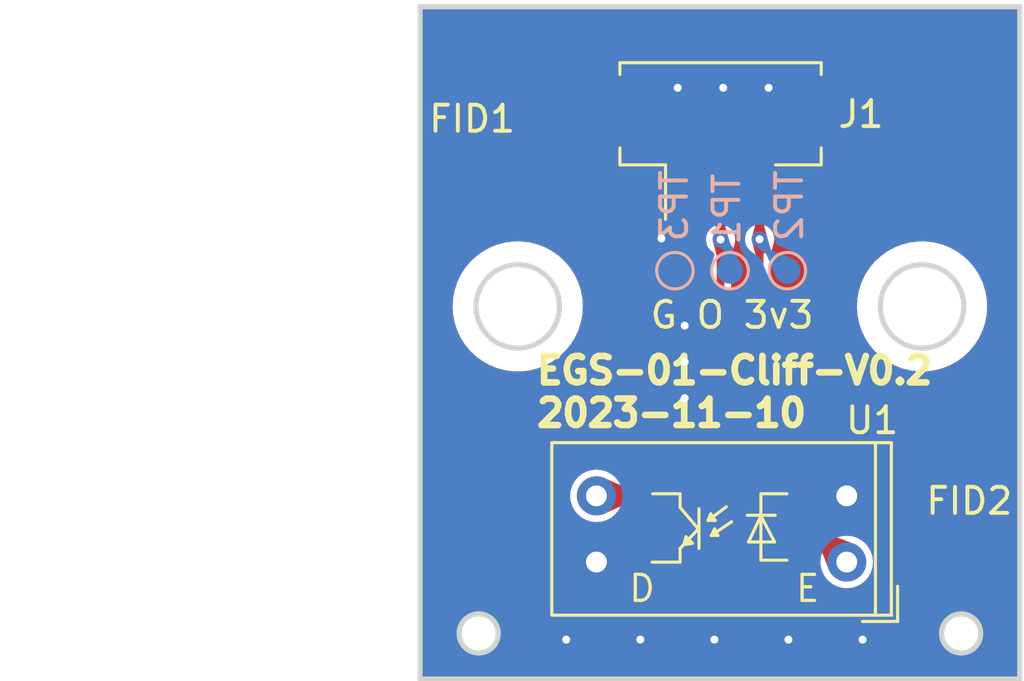
<source format=kicad_pcb>
(kicad_pcb (version 20221018) (generator pcbnew)
  (title_block (title "EGS-01-Cliff") (date "2023-12-20") (rev "V0.2.1") (company "Ovobot") (comment 1 "25x23x1.6mm 绿油白字，无铅喷锡"))
  (layers (0 "F.Cu" signal) (31 "B.Cu" signal) (34 "B.Paste" user) (35 "F.Paste" user) (36 "B.SilkS" user "B.Silkscreen") (37 "F.SilkS" user "F.Silkscreen") (38 "B.Mask" user) (39 "F.Mask" user) (44 "Edge.Cuts" user))
  (net 0 "")
  (net 1 "/EDGE_DET_LT")
  (net 2 "GND")
  (net 3 "Net-(J1-Pin_3)")
  (footprint "Ovo_Sensor_Proximity:EverLight_ITR9707_12.8x6.4mm_P2.54mm" (layer "F.Cu") (at 150.4795 109.1345 180)
    (fp_text reference "U1" (at -5.7755 4.1645 unlocked) (layer "F.SilkS"))
    (fp_text value "ITR9707")
    (fp_text user "D" (at 3.048 -2.286 unlocked) (layer "F.SilkS") (effects (font (thickness 0.127))))
    (fp_text user "E" (at -3.302 -2.286 unlocked) (layer "F.SilkS") (effects (font (thickness 0.127))))
    (fp_line (start -6.75 -3.55) (end -6.75 -2.2) (stroke (width 0.12)) (layer "F.SilkS"))
    (fp_line (start -6.75 -3.55) (end -5.4 -3.55) (stroke (width 0.12)) (layer "F.SilkS"))
    (fp_line (start -5.9 -3.31) (end -5.9 3.31) (stroke (width 0.12)) (layer "F.SilkS"))
    (fp_line (start -2.5075 1.35) (end -1.5075 1.35) (stroke (width 0.12)) (layer "F.SilkS"))
    (fp_line (start -2.0575 0.525) (end -0.9825 0.525) (stroke (width 0.12)) (layer "F.SilkS"))
    (fp_line (start -2.0325 -0.5) (end -1.0325 -0.5) (stroke (width 0.12)) (layer "F.SilkS"))
    (fp_line (start -1.5075 -1.2) (end -2.5075 -1.2) (stroke (width 0.12)) (layer "F.SilkS"))
    (fp_line (start -1.5075 0.5) (end -2.0325 -0.5) (stroke (width 0.12)) (layer "F.SilkS"))
    (fp_line (start -1.5075 1.35) (end -1.5075 -1.2) (stroke (width 0.12)) (layer "F.SilkS"))
    (fp_line (start -1.0325 -0.5) (end -1.5075 0.5) (stroke (width 0.12)) (layer "F.SilkS"))
    (fp_line (start -0.3825 0.275) (end 0.3925 -0.25) (stroke (width 0.12)) (layer "F.SilkS"))
    (fp_line (start -0.1825 0.85) (end 0.5175 0.325) (stroke (width 0.12)) (layer "F.SilkS"))
    (fp_line (start 0.1425 -0.25) (end 0.2675 0) (stroke (width 0.12)) (layer "F.SilkS"))
    (fp_line (start 0.2425 0.325) (end 0.4175 0.575) (stroke (width 0.12)) (layer "F.SilkS"))
    (fp_line (start 0.2675 0) (end 0.3925 -0.25) (stroke (width 0.12)) (layer "F.SilkS"))
    (fp_line (start 0.3925 -0.25) (end 0.1425 -0.25) (stroke (width 0.12)) (layer "F.SilkS"))
    (fp_line (start 0.4175 0.575) (end 0.5175 0.325) (stroke (width 0.12)) (layer "F.SilkS"))
    (fp_line (start 0.5175 0.325) (end 0.2425 0.325) (stroke (width 0.12)) (layer "F.SilkS"))
    (fp_line (start 0.8675 -0.75) (end 0.8675 0.775) (stroke (width 0.12)) (layer "F.SilkS"))
    (fp_line (start 0.8925 0) (end 1.5925 -0.75) (stroke (width 0.12)) (layer "F.SilkS"))
    (fp_line (start 1.1175 -0.55) (end 1.3675 -0.3) (stroke (width 0.12)) (layer "F.SilkS"))
    (fp_line (start 1.3675 -0.3) (end 1.4425 -0.6) (stroke (width 0.12)) (layer "F.SilkS"))
    (fp_line (start 1.4425 -0.6) (end 1.1175 -0.55) (stroke (width 0.12)) (layer "F.SilkS"))
    (fp_line (start 1.5925 -1.275) (end 2.6675 -1.275) (stroke (width 0.12)) (layer "F.SilkS"))
    (fp_line (start 1.5925 -0.75) (end 1.5925 -1.275) (stroke (width 0.12)) (layer "F.SilkS"))
    (fp_line (start 1.5925 0.825) (end 0.8925 0) (stroke (width 0.12)) (layer "F.SilkS"))
    (fp_line (start 1.5925 1.35) (end 1.5925 0.825) (stroke (width 0.12)) (layer "F.SilkS"))
    (fp_line (start 2.6425 1.35) (end 1.5925 1.35) (stroke (width 0.12)) (layer "F.SilkS"))
    (fp_rect (start -6.51 -3.31) (end 6.51 3.31) (stroke (width 0.12)) (fill none) (layer "F.SilkS"))
    (pad "1" thru_hole circle (at -4.8 -1.27 180) (size 1.5 1.5) (drill 0.8) (layers "*.Cu" "*.Mask") (net 3 "Net-(J1-Pin_3)"))
    (pad "2" thru_hole circle (at -4.8 1.27 180) (size 1.5 1.5) (drill 0.8) (layers "*.Cu" "*.Mask") (net 2 "GND"))
    (pad "3" thru_hole circle (at 4.8 1.27 180) (size 1.5 1.5) (drill 0.8) (layers "*.Cu" "*.Mask") (net 1 "/EDGE_DET_LT"))
    (pad "4" thru_hole circle (at 4.8 -1.27 180) (size 1.5 1.5) (drill 0.8) (layers "*.Cu" "*.Mask") (net 2 "GND"))
  )
  (footprint "Fiducial:Fiducial_1mm_Mask2mm" (layer "F.Cu") (at 140.836 91.062)
    (fp_text reference "FID1" (at 0.0762 2.3368) (layer "F.SilkS"))
    (fp_text value "Fiducial")
    (pad "" smd circle (at 0 0) (size 1 1) (layers "F.Cu" "F.Mask") (clearance 0.5))
  )
  (footprint "Fiducial:Fiducial_1mm_Mask2mm" (layer "F.Cu") (at 159.978 110.063)
    (fp_text reference "FID2" (at 0 -2) (layer "F.SilkS"))
    (fp_text value "Fiducial")
    (pad "" smd circle (at 0 0) (size 1 1) (layers "F.Cu" "F.Mask") (clearance 0.5))
  )
  (footprint "Ovo_Connector_JST:JST_ZH_B3B-ZR-SM4-TF_1x03-1MP_P1.50mm_Vertical" (layer "F.Cu") (at 150.44 94.603)
    (fp_text reference "J1" (at 5.3862 -1.3828) (layer "F.SilkS"))
    (fp_text value "ZH1.5MM/3ASMT")
    (fp_line (start -3.86 -3.36) (end 3.86 -3.36) (stroke (width 0.12)) (layer "F.SilkS"))
    (fp_line (start -3.86 -2.91) (end -3.86 -3.36) (stroke (width 0.12)) (layer "F.SilkS"))
    (fp_line (start -3.86 -0.09) (end -3.86 0.56) (stroke (width 0.12)) (layer "F.SilkS"))
    (fp_line (start -3.86 0.56) (end -2.11 0.56) (stroke (width 0.12)) (layer "F.SilkS"))
    (fp_line (start -2.11 0.56) (end -2.11 2.65) (stroke (width 0.12)) (layer "F.SilkS"))
    (fp_line (start 3.86 -3.36) (end 3.86 -2.91) (stroke (width 0.12)) (layer "F.SilkS"))
    (fp_line (start 3.86 -0.09) (end 3.86 0.56) (stroke (width 0.12)) (layer "F.SilkS"))
    (fp_line (start 3.86 0.56) (end 2.11 0.56) (stroke (width 0.12)) (layer "F.SilkS"))
    (pad "1" smd roundrect (at -1.5 0.7) (size 0.7 3.9) (layers "F.Cu" "F.Paste" "F.Mask") (net 2 "GND"))
    (pad "2" smd roundrect (at 0 0.7) (size 0.7 3.9) (layers "F.Cu" "F.Paste" "F.Mask") (net 1 "/EDGE_DET_LT"))
    (pad "3" smd roundrect (at 1.5 0.7) (size 0.7 3.9) (layers "F.Cu" "F.Paste" "F.Mask") (net 3 "Net-(J1-Pin_3)"))
    (pad "MP" smd roundrect (at -3.55 -1.5) (size 1.5 2.3) (layers "F.Cu" "F.Paste" "F.Mask") (roundrect_rratio 0.1666673333) (net 2 "GND"))
    (pad "MP" smd roundrect (at 3.55 -1.5) (size 1.5 2.3) (layers "F.Cu" "F.Paste" "F.Mask") (roundrect_rratio 0.1666673333) (net 2 "GND"))
  )
  (footprint "TestPoint:TestPoint_Pad_D1.0mm" (layer "B.Cu") (at 148.689 99.224 180)
    (fp_text reference "TP3" (at 0.0254 2.4892 90) (layer "B.SilkS") (effects (justify mirror)))
    (fp_text value "GND")
    (fp_circle (center 0 0) (end 0 -0.7) (stroke (width 0.12)) (fill none) (layer "B.SilkS"))
    (pad "1" smd circle (at 0 0 180) (size 1 1) (layers "B.Cu" "B.Mask") (net 2 "GND"))
  )
  (footprint "TestPoint:TestPoint_Pad_D1.0mm" (layer "B.Cu") (at 150.802 99.224 180)
    (fp_text reference "TP1" (at 0.127 2.3622 90) (layer "B.SilkS") (effects (justify mirror)))
    (fp_text value "EDGE_DET_LT")
    (fp_circle (center 0 0) (end 0 -0.7) (stroke (width 0.12)) (fill none) (layer "B.SilkS"))
    (pad "1" smd circle (at 0 0 180) (size 1 1) (layers "B.Cu" "B.Mask") (net 1 "/EDGE_DET_LT"))
  )
  (footprint "TestPoint:TestPoint_Pad_D1.0mm" (layer "B.Cu") (at 153 99.224 180)
    (fp_text reference "TP2" (at -0.0762 2.4892 270) (layer "B.SilkS") (effects (justify mirror)))
    (fp_text value "EDGE_DET_OUT")
    (fp_circle (center 0 0) (end 0 -0.7) (stroke (width 0.12)) (fill none) (layer "B.SilkS"))
    (pad "1" smd circle (at 0 0 180) (size 1 1) (layers "B.Cu" "B.Mask") (net 3 "Net-(J1-Pin_3)"))
  )
  (gr_line (start 138.915 114.895) (end 138.915 89.095) (stroke (width 0.2)) (layer "Edge.Cuts"))
  (gr_line (start 161.915 89.095) (end 161.915 114.895) (stroke (width 0.2)) (layer "Edge.Cuts"))
  (gr_line (start 161.915 114.895) (end 138.915 114.895) (stroke (width 0.2)) (layer "Edge.Cuts"))
  (gr_circle (center 159.665 113.145) (end 158.915 113.145) (stroke (width 0.2)) (fill none) (layer "Edge.Cuts"))
  (gr_circle (center 142.662434 100.595) (end 141.062434 100.595) (stroke (width 0.2)) (fill none) (layer "Edge.Cuts"))
  (gr_circle (center 141.165 113.145) (end 140.415 113.145) (stroke (width 0.2)) (fill none) (layer "Edge.Cuts"))
  (gr_circle (center 158.167566 100.595) (end 156.567566 100.595) (stroke (width 0.2)) (fill none) (layer "Edge.Cuts"))
  (gr_line (start 138.915 89.095) (end 161.915 89.095) (stroke (width 0.2)) (layer "Edge.Cuts"))
  (gr_text "EGS-01-Cliff-V0.2\n2023-11-10\n" (at 143.266 103.872) (layer "F.SilkS") (effects (font (size 1.016 1.016) (thickness 0.254)) (justify left)))
  (gr_text "G O 3v3" (at 147.663 101.511) (layer "F.SilkS") (effects (font (size 1 1)) (justify left bottom)))
  (segment (start 150.44 98.028) (end 150.44 95.303) (width 0.3) (layer "F.Cu") (net 1))
  (segment (start 150.44 106.095) (end 148.6705 107.8645) (width 0.3) (layer "F.Cu") (net 1))
  (segment (start 148.6705 107.8645) (end 145.6795 107.8645) (width 0.3) (layer "F.Cu") (net 1))
  (segment (start 150.44 98.028) (end 150.44 106.095) (width 0.3) (layer "F.Cu") (net 1))
  (via (at 150.44 98.028) (size 0.6096) (drill 0.3048) (layers "F.Cu" "B.Cu") (net 1))
  (segment (start 150.802 98.39) (end 150.802 99.261) (width 0.254) (layer "B.Cu") (net 1))
  (segment (start 150.44 98.028) (end 150.802 98.39) (width 0.254) (layer "B.Cu") (net 1))
  (segment (start 148.94 97.405) (end 148.94 95.303) (width 0.254) (layer "F.Cu") (net 2))
  (segment (start 148.357 97.988) (end 148.94 97.405) (width 0.254) (layer "F.Cu") (net 2))
  (segment (start 148.172 97.988) (end 148.357 97.988) (width 0.254) (layer "F.Cu") (net 2))
  (via (at 155.885 113.382) (size 0.6096) (drill 0.3048) (layers "F.Cu" "B.Cu") (net 2))
  (via (at 150.203 113.382) (size 0.6096) (drill 0.3048) (layers "F.Cu" "B.Cu") (net 2))
  (via (at 153.044 113.382) (size 0.6096) (drill 0.3048) (layers "F.Cu" "B.Cu") (net 2))
  (via (at 150.5405 92.206) (size 0.6096) (drill 0.3048) (layers "F.Cu" "B.Cu") (net 2))
  (via (at 152.283 92.206) (size 0.6096) (drill 0.3048) (layers "F.Cu" "B.Cu") (net 2))
  (via (at 149.065 104.116) (size 0.6096) (drill 0.3048) (layers "F.Cu" "B.Cu") (net 2))
  (via (at 149.065 101.334) (size 0.6096) (drill 0.3048) (layers "F.Cu" "B.Cu") (net 2))
  (via (at 144.521 113.382) (size 0.6096) (drill 0.3048) (layers "F.Cu" "B.Cu") (net 2))
  (via (at 149.065 102.725) (size 0.6096) (drill 0.3048) (layers "F.Cu" "B.Cu") (net 2))
  (via (at 147.362 113.382) (size 0.6096) (drill 0.3048) (layers "F.Cu" "B.Cu") (net 2))
  (via (at 148.172 97.988) (size 0.6096) (drill 0.3048) (layers "F.Cu" "B.Cu") (net 2))
  (via (at 148.798 92.206) (size 0.6096) (drill 0.3048) (layers "F.Cu" "B.Cu") (net 2))
  (segment (start 148.172 97.988) (end 148.689 98.505) (width 0.254) (layer "B.Cu") (net 2))
  (segment (start 148.689 98.505) (end 148.689 99.261) (width 0.254) (layer "B.Cu") (net 2))
  (segment (start 151.936 97.071) (end 151.94 97.067) (width 0.254) (layer "F.Cu") (net 3))
  (segment (start 151.94 97.067) (end 151.94 95.303) (width 0.254) (layer "F.Cu") (net 3))
  (segment (start 151.936 98.017) (end 151.936 107.061) (width 0.3) (layer "F.Cu") (net 3))
  (segment (start 151.936 107.061) (end 155.2795 110.4045) (width 0.3) (layer "F.Cu") (net 3))
  (segment (start 151.936 98.017) (end 151.936 97.071) (width 0.3) (layer "F.Cu") (net 3))
  (via (at 151.936 98.017) (size 0.6096) (drill 0.3048) (layers "F.Cu" "B.Cu") (net 3))
  (segment (start 151.936 98.017) (end 151.936 98.16) (width 0.254) (layer "B.Cu") (net 3))
  (segment (start 151.936 98.16) (end 153 99.224) (width 0.254) (layer "B.Cu") (net 3))
  (zone (net 2) (net_name "GND") (layers "F&B.Cu") (connect_pads yes (clearance 0.254)) (min_thickness 0.25) (fill yes (thermal_gap 0.5) (thermal_bridge_width 0.5))
    (polygon (pts (xy 138.949 114.917) (xy 162.029 114.917) (xy 162.082 114.864) (xy 162.082 89.012) (xy 161.912 88.842) (xy 138.943 88.842) (xy 138.949 88.836)))
  )
  (zone (net 0) (net_name "") (layers "F&B.Cu" "F.Fab") (connect_pads (clearance 0)) (min_thickness 0.25)
    (keepout (tracks not_allowed) (vias not_allowed) (pads not_allowed) (copperpour not_allowed) (footprints not_allowed))
    (fill (thermal_gap 0.5) (thermal_bridge_width 0.5))
    (polygon (pts (xy 160.667566 100.595) (xy 160.647853 100.281667) (xy 160.589024 99.973275) (xy 160.492007 99.674689) (xy 160.358333 99.390616) (xy 160.190108 99.125537) (xy 159.989988 98.883632) (xy 159.761126 98.668717) (xy 159.507133 98.48418) (xy 159.232014 98.332932) (xy 158.940108 98.217359) (xy 158.636019 98.139282) (xy 158.324542 98.099933) (xy 158.01059 98.099933) (xy 157.699113 98.139282) (xy 157.395024 98.217359) (xy 157.103118 98.332932) (xy 156.827999 98.48418) (xy 156.574006 98.668717) (xy 156.345144 98.883632) (xy 156.145024 99.125537) (xy 155.976799 99.390616) (xy 155.843125 99.674689) (xy 155.746108 99.973275) (xy 155.687279 100.281667) (xy 155.667566 100.595) (xy 155.687279 100.908333) (xy 155.746108 101.216725) (xy 155.843125 101.515311) (xy 155.976799 101.799384) (xy 156.145024 102.064463) (xy 156.345144 102.306368) (xy 156.574006 102.521283) (xy 156.827999 102.70582) (xy 157.103118 102.857068) (xy 157.395024 102.972641) (xy 157.699113 103.050718) (xy 158.01059 103.090067) (xy 158.324542 103.090067) (xy 158.636019 103.050718) (xy 158.940108 102.972641) (xy 159.232014 102.857068) (xy 159.507133 102.70582) (xy 159.761126 102.521283) (xy 159.989988 102.306368) (xy 160.190108 102.064463) (xy 160.358333 101.799384) (xy 160.492007 101.515311) (xy 160.589024 101.216725) (xy 160.647853 100.908333)))
  )
  (zone (net 0) (net_name "") (layers "F&B.Cu" "F.Fab") (connect_pads (clearance 0)) (min_thickness 0.25)
    (keepout (tracks not_allowed) (vias not_allowed) (pads not_allowed) (copperpour not_allowed) (footprints not_allowed))
    (fill (thermal_gap 0.5) (thermal_bridge_width 0.5))
    (polygon (pts (xy 145.162434 100.595) (xy 145.142721 100.281667) (xy 145.083892 99.973275) (xy 144.986875 99.674689) (xy 144.853201 99.390616) (xy 144.684976 99.125537) (xy 144.484856 98.883632) (xy 144.255994 98.668717) (xy 144.002001 98.48418) (xy 143.726882 98.332932) (xy 143.434976 98.217359) (xy 143.130887 98.139282) (xy 142.81941 98.099933) (xy 142.505458 98.099933) (xy 142.193981 98.139282) (xy 141.889892 98.217359) (xy 141.597986 98.332932) (xy 141.322867 98.48418) (xy 141.068874 98.668717) (xy 140.840012 98.883632) (xy 140.639892 99.125537) (xy 140.471667 99.390616) (xy 140.337993 99.674689) (xy 140.240976 99.973275) (xy 140.182147 100.281667) (xy 140.162434 100.595) (xy 140.182147 100.908333) (xy 140.240976 101.216725) (xy 140.337993 101.515311) (xy 140.471667 101.799384) (xy 140.639892 102.064463) (xy 140.840012 102.306368) (xy 141.068874 102.521283) (xy 141.322867 102.70582) (xy 141.597986 102.857068) (xy 141.889892 102.972641) (xy 142.193981 103.050718) (xy 142.505458 103.090067) (xy 142.81941 103.090067) (xy 143.130887 103.050718) (xy 143.434976 102.972641) (xy 143.726882 102.857068) (xy 144.002001 102.70582) (xy 144.255994 102.521283) (xy 144.484856 102.306368) (xy 144.684976 102.064463) (xy 144.853201 101.799384) (xy 144.986875 101.515311) (xy 145.083892 101.216725) (xy 145.142721 100.908333)))
  )
)
</source>
